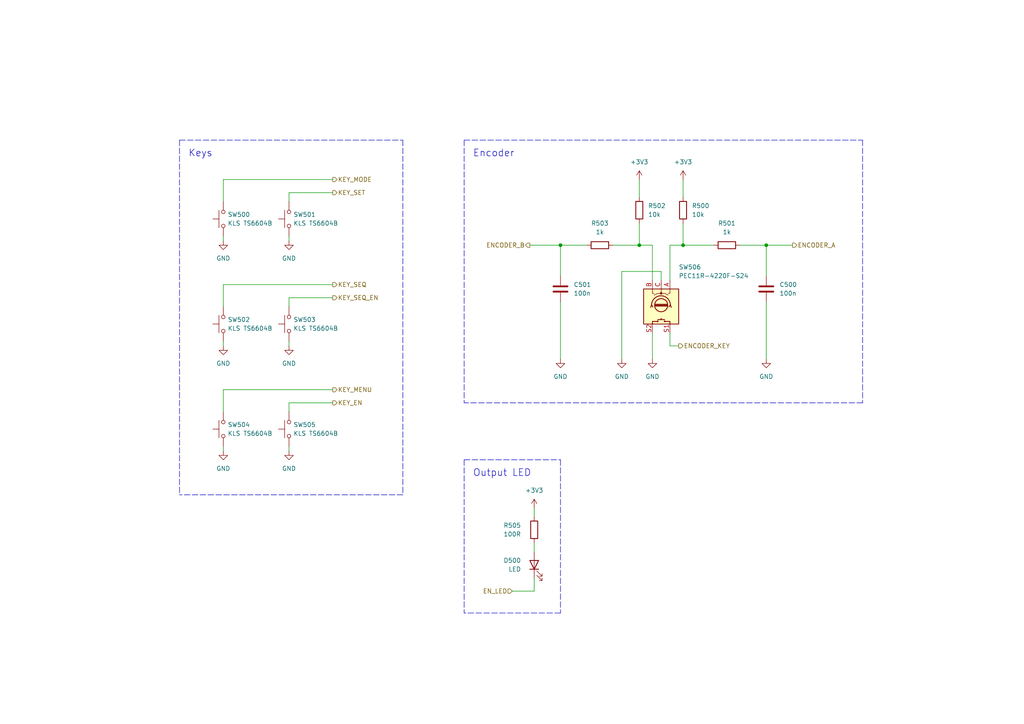
<source format=kicad_sch>
(kicad_sch (version 20231120) (generator "eeschema") (generator_version "8.0")
  (paper "A4")
  (title_block (title "Controls") (date "03/2024") (rev "1") (company "Martin Kopka"))
  (lib_symbols
    (symbol "Device:C" (pin_numbers hide) (pin_names (offset 0.254))
      (property "Reference" "C" (at 0.635 2.54 0))
      (property "Value" "C" (at 0.635 -2.54 0))
      (symbol "C_0_1"
        (polyline (pts (xy -2.032 -0.762) (xy 2.032 -0.762)) (stroke (width 0.508)))
        (polyline (pts (xy -2.032 0.762) (xy 2.032 0.762)) (stroke (width 0.508)))
      )
      (symbol "C_1_1"
        (pin passive line (at 0 3.81 270) (length 2.794) (name "~") (number "1"))
        (pin passive line (at 0 -3.81 90) (length 2.794) (name "~") (number "2"))
      )
    )
    (symbol "Device:LED" (pin_numbers hide) (pin_names (offset 1.016) hide)
      (property "Reference" "D" (at 0 2.54 0))
      (property "Value" "LED" (at 0 -2.54 0))
      (symbol "LED_0_1"
        (polyline (pts (xy -1.27 -1.27) (xy -1.27 1.27)) (stroke (width 0.254)))
        (polyline (pts (xy -1.27 0) (xy 1.27 0)))
        (polyline (pts (xy 1.27 -1.27) (xy 1.27 1.27) (xy -1.27 0) (xy 1.27 -1.27)) (stroke (width 0.254)))
        (polyline (pts (xy -3.048 -0.762) (xy -4.572 -2.286) (xy -3.81 -2.286) (xy -4.572 -2.286) (xy -4.572 -1.524)))
        (polyline (pts (xy -1.778 -0.762) (xy -3.302 -2.286) (xy -2.54 -2.286) (xy -3.302 -2.286) (xy -3.302 -1.524)))
      )
      (symbol "LED_1_1"
        (pin passive line (at -3.81 0 0) (length 2.54) (name "K") (number "1"))
        (pin passive line (at 3.81 0 180) (length 2.54) (name "A") (number "2"))
      )
    )
    (symbol "Device:R" (pin_numbers hide) (pin_names (offset 0))
      (property "Reference" "R" (at 2.032 0 90))
      (property "Value" "R" (at 0 0 90))
      (symbol "R_0_1"
        (rectangle (start -1.016 -2.54) (end 1.016 2.54) (stroke (width 0.254)))
      )
      (symbol "R_1_1"
        (pin passive line (at 0 3.81 270) (length 1.27) (name "~") (number "1"))
        (pin passive line (at 0 -3.81 90) (length 1.27) (name "~") (number "2"))
      )
    )
    (symbol "Device:RotaryEncoder_Switch" (pin_names (offset 0.254) hide)
      (property "Reference" "SW" (at 0 6.604 0))
      (property "Value" "RotaryEncoder_Switch" (at 0 -6.604 0))
      (symbol "RotaryEncoder_Switch_0_1"
        (rectangle (start -5.08 5.08) (end 5.08 -5.08) (stroke (width 0.254)) (fill (type background)))
        (circle (center -3.81 0) (radius 0.254) (fill (type outline)))
        (circle (center -0.381 0) (radius 1.905) (stroke (width 0.254)))
        (arc (start -0.381 2.667) (mid -3.0987 -0.0635) (end -0.381 -2.794) (stroke (width 0.254)))
        (polyline (pts (xy -0.635 -1.778) (xy -0.635 1.778)) (stroke (width 0.254)))
        (polyline (pts (xy -0.381 -1.778) (xy -0.381 1.778)) (stroke (width 0.254)))
        (polyline (pts (xy -0.127 1.778) (xy -0.127 -1.778)) (stroke (width 0.254)))
        (polyline (pts (xy 3.81 0) (xy 3.429 0)) (stroke (width 0.254)))
        (polyline (pts (xy 3.81 1.016) (xy 3.81 -1.016)) (stroke (width 0.254)))
        (polyline (pts (xy -5.08 -2.54) (xy -3.81 -2.54) (xy -3.81 -2.032)))
        (polyline (pts (xy -5.08 2.54) (xy -3.81 2.54) (xy -3.81 2.032)))
        (polyline (pts (xy 0.254 -3.048) (xy -0.508 -2.794) (xy 0.127 -2.413)) (stroke (width 0.254)))
        (polyline (pts (xy 0.254 2.921) (xy -0.508 2.667) (xy 0.127 2.286)) (stroke (width 0.254)))
        (polyline (pts (xy 5.08 -2.54) (xy 4.318 -2.54) (xy 4.318 -1.016)) (stroke (width 0.254)))
        (polyline (pts (xy 5.08 2.54) (xy 4.318 2.54) (xy 4.318 1.016)) (stroke (width 0.254)))
        (polyline (pts (xy -5.08 0) (xy -3.81 0) (xy -3.81 -1.016) (xy -3.302 -2.032)))
        (polyline (pts (xy -4.318 0) (xy -3.81 0) (xy -3.81 1.016) (xy -3.302 2.032)))
        (circle (center 4.318 -1.016) (radius 0.127) (stroke (width 0.254)))
        (circle (center 4.318 1.016) (radius 0.127) (stroke (width 0.254)))
      )
      (symbol "RotaryEncoder_Switch_1_1"
        (pin passive line (at -7.62 2.54 0) (length 2.54) (name "A") (number "A"))
        (pin passive line (at -7.62 -2.54 0) (length 2.54) (name "B") (number "B"))
        (pin passive line (at -7.62 0 0) (length 2.54) (name "C") (number "C"))
        (pin passive line (at 7.62 2.54 180) (length 2.54) (name "S1") (number "S1"))
        (pin passive line (at 7.62 -2.54 180) (length 2.54) (name "S2") (number "S2"))
      )
    )
    (symbol "power:+3V3" (power) (pin_names (offset 0))
      (property "Value" "+3V3" (at 0 3.556 0))
      (symbol "+3V3_0_1"
        (polyline (pts (xy -0.762 1.27) (xy 0 2.54)))
        (polyline (pts (xy 0 0) (xy 0 2.54)))
        (polyline (pts (xy 0 2.54) (xy 0.762 1.27)))
      )
      (symbol "+3V3_1_1"
        (pin power_in line (at 0 0 90) (length 0) hide (name "+3V3") (number "1"))
      )
    )
    (symbol "power:GND" (power) (pin_names (offset 0))
      (property "Value" "GND" (at 0 -3.81 0))
      (symbol "GND_0_1"
        (polyline (pts (xy 0 0) (xy 0 -1.27) (xy 1.27 -1.27) (xy 0 -2.54) (xy -1.27 -1.27) (xy 0 -1.27)))
      )
      (symbol "GND_1_1"
        (pin power_in line (at 0 0 270) (length 0) hide (name "GND") (number "1"))
      )
    )
    (symbol "w-switch:PTS810" (pin_numbers hide) (pin_names (offset 0) hide)
      (property "Reference" "SW" (at 5.08 7.62 0))
      (property "Value" "PTS810" (at 5.08 5.08 0))
      (symbol "PTS810_0_1"
        (circle (center -2.032 0) (radius 0.508))
        (polyline (pts (xy 0 1.27) (xy 0 3.048)))
        (polyline (pts (xy 2.54 1.27) (xy -2.54 1.27)))
        (circle (center 2.032 0) (radius 0.508))
        (pin passive line (at -5.08 0 0) (length 2.54) (name "1") (number "1"))
        (pin passive line (at 5.08 0 180) (length 2.54) (name "2") (number "2"))
      )
    )
  )
  (junction (at 185.42 71.12))
  (junction (at 198.12 71.12))
  (junction (at 162.56 71.12))
  (junction (at 222.25 71.12))
  (polyline (pts (xy 162.56 133.35) (xy 162.56 177.8)) (stroke (width 0) (type dash)))
  (wire (pts (xy 214.63 71.12) (xy 222.25 71.12)))
  (wire (pts (xy 189.23 96.52) (xy 189.23 104.14)))
  (polyline (pts (xy 134.62 40.64) (xy 134.62 116.84)) (stroke (width 0) (type dash)))
  (wire (pts (xy 222.25 71.12) (xy 229.87 71.12)))
  (wire (pts (xy 96.52 82.55) (xy 64.77 82.55)))
  (wire (pts (xy 194.31 81.28) (xy 194.31 71.12)))
  (wire (pts (xy 222.25 87.63) (xy 222.25 104.14)))
  (wire (pts (xy 196.85 100.33) (xy 194.31 100.33)))
  (wire (pts (xy 64.77 52.07) (xy 64.77 58.42)))
  (wire (pts (xy 185.42 52.07) (xy 185.42 57.15)))
  (polyline (pts (xy 134.62 133.35) (xy 134.62 177.8)) (stroke (width 0) (type dash)))
  (wire (pts (xy 189.23 81.28) (xy 189.23 71.12)))
  (wire (pts (xy 162.56 87.63) (xy 162.56 104.14)))
  (wire (pts (xy 194.31 100.33) (xy 194.31 96.52)))
  (polyline (pts (xy 116.84 143.51) (xy 52.07 143.51)) (stroke (width 0) (type dash)))
  (wire (pts (xy 83.82 116.84) (xy 96.52 116.84)))
  (wire (pts (xy 83.82 86.36) (xy 83.82 88.9)))
  (wire (pts (xy 83.82 99.06) (xy 83.82 100.33)))
  (wire (pts (xy 162.56 80.01) (xy 162.56 71.12)))
  (wire (pts (xy 83.82 119.38) (xy 83.82 116.84)))
  (wire (pts (xy 185.42 64.77) (xy 185.42 71.12)))
  (wire (pts (xy 153.67 71.12) (xy 162.56 71.12)))
  (wire (pts (xy 222.25 80.01) (xy 222.25 71.12)))
  (polyline (pts (xy 250.19 40.64) (xy 250.19 116.84)) (stroke (width 0) (type dash)))
  (polyline (pts (xy 134.62 133.35) (xy 162.56 133.35)) (stroke (width 0) (type dash)))
  (wire (pts (xy 162.56 71.12) (xy 170.18 71.12)))
  (polyline (pts (xy 116.84 40.64) (xy 116.84 143.51)) (stroke (width 0) (type dash)))
  (wire (pts (xy 185.42 71.12) (xy 177.8 71.12)))
  (polyline (pts (xy 250.19 116.84) (xy 134.62 116.84)) (stroke (width 0) (type dash)))
  (wire (pts (xy 83.82 68.58) (xy 83.82 69.85)))
  (wire (pts (xy 154.94 171.45) (xy 154.94 167.64)))
  (wire (pts (xy 198.12 52.07) (xy 198.12 57.15)))
  (polyline (pts (xy 52.07 40.64) (xy 116.84 40.64)) (stroke (width 0) (type dash)))
  (wire (pts (xy 180.34 78.74) (xy 191.77 78.74)))
  (polyline (pts (xy 134.62 40.64) (xy 250.19 40.64)) (stroke (width 0) (type dash)))
  (wire (pts (xy 64.77 82.55) (xy 64.77 88.9)))
  (polyline (pts (xy 162.56 177.8) (xy 134.62 177.8)) (stroke (width 0) (type dash)))
  (wire (pts (xy 191.77 78.74) (xy 191.77 81.28)))
  (wire (pts (xy 198.12 71.12) (xy 198.12 64.77)))
  (wire (pts (xy 64.77 129.54) (xy 64.77 130.81)))
  (wire (pts (xy 189.23 71.12) (xy 185.42 71.12)))
  (wire (pts (xy 64.77 99.06) (xy 64.77 100.33)))
  (wire (pts (xy 96.52 52.07) (xy 64.77 52.07)))
  (wire (pts (xy 64.77 113.03) (xy 64.77 119.38)))
  (wire (pts (xy 198.12 71.12) (xy 207.01 71.12)))
  (wire (pts (xy 194.31 71.12) (xy 198.12 71.12)))
  (wire (pts (xy 83.82 55.88) (xy 83.82 58.42)))
  (wire (pts (xy 154.94 147.32) (xy 154.94 149.86)))
  (wire (pts (xy 96.52 55.88) (xy 83.82 55.88)))
  (wire (pts (xy 148.59 171.45) (xy 154.94 171.45)))
  (wire (pts (xy 96.52 113.03) (xy 64.77 113.03)))
  (wire (pts (xy 96.52 86.36) (xy 83.82 86.36)))
  (wire (pts (xy 83.82 129.54) (xy 83.82 130.81)))
  (wire (pts (xy 180.34 104.14) (xy 180.34 78.74)))
  (polyline (pts (xy 52.07 40.64) (xy 52.07 143.51)) (stroke (width 0) (type dash)))
  (wire (pts (xy 154.94 160.02) (xy 154.94 157.48)))
  (wire (pts (xy 64.77 68.58) (xy 64.77 69.85)))
  (text "Keys" (at 54.61 45.72 0) (effects (font (size 2 2)) (justify left bottom)))
  (text "Output LED" (at 137.16 138.43 0) (effects (font (size 2 2)) (justify left bottom)))
  (text "Encoder" (at 137.16 45.72 0) (effects (font (size 2 2)) (justify left bottom)))
  (hierarchical_label "EN_LED" (shape input) (at 148.59 171.45 180))
  (hierarchical_label "ENCODER_B" (shape output) (at 153.67 71.12 180))
  (hierarchical_label "KEY_MENU" (shape output) (at 96.52 113.03 0))
  (hierarchical_label "KEY_SEQ" (shape output) (at 96.52 82.55 0))
  (hierarchical_label "ENCODER_KEY" (shape output) (at 196.85 100.33 0))
  (hierarchical_label "ENCODER_A" (shape output) (at 229.87 71.12 0))
  (hierarchical_label "KEY_EN" (shape output) (at 96.52 116.84 0))
  (hierarchical_label "KEY_SET" (shape output) (at 96.52 55.88 0))
  (hierarchical_label "KEY_SEQ_EN" (shape output) (at 96.52 86.36 0))
  (hierarchical_label "KEY_MODE" (shape output) (at 96.52 52.07 0))
  (symbol (lib_id "power:GND") (at 162.56 104.14 0) (unit 1)
    (property "Reference" "#PWR0170" (effects (hide yes)))
    (property "Value" "GND" (at 162.56 109.22 0))
  )
  (symbol (lib_id "w-switch:PTS810") (at 83.82 93.98 90) (mirror x) (unit 1)
    (property "Reference" "SW503" (at 85.09 92.7099 90) (effects (justify right)))
    (property "Value" "KLS TS6604B" (at 85.09 95.2499 90) (effects (justify right)))
    (property "Footprint" "w-switch:KLS TS6604B" (effects (hide yes)))
    (property "Datasheet" "https://img.gme.cz/files/eshop_data/eshop_data/11/630-983/dsh.630-983.1.pdf" (effects (hide yes)))
  )
  (symbol (lib_id "power:+3V3") (at 185.42 52.07 0) (unit 1)
    (property "Reference" "#PWR0149" (effects (hide yes)))
    (property "Value" "+3V3" (at 185.42 46.99 0))
  )
  (symbol (lib_id "power:GND") (at 64.77 69.85 0) (unit 1)
    (property "Reference" "#PWR0152" (effects (hide yes)))
    (property "Value" "GND" (at 64.77 74.93 0))
  )
  (symbol (lib_id "power:GND") (at 83.82 130.81 0) (unit 1)
    (property "Reference" "#PWR0151" (effects (hide yes)))
    (property "Value" "GND" (at 83.82 135.89 0))
  )
  (symbol (lib_id "Device:R") (at 154.94 153.67 0) (unit 1)
    (property "Reference" "R505" (at 151.13 152.4 0) (effects (justify right)))
    (property "Value" "100R" (at 151.13 154.94 0) (effects (justify right)))
    (property "Footprint" "Resistor_SMD:R_0402_1005Metric" (effects (hide yes)))
  )
  (symbol (lib_id "power:GND") (at 83.82 69.85 0) (unit 1)
    (property "Reference" "#PWR0167" (effects (hide yes)))
    (property "Value" "GND" (at 83.82 74.93 0))
  )
  (symbol (lib_id "power:GND") (at 64.77 100.33 0) (unit 1)
    (property "Reference" "#PWR0154" (effects (hide yes)))
    (property "Value" "GND" (at 64.77 105.41 0))
  )
  (symbol (lib_id "Device:R") (at 198.12 60.96 180) (unit 1)
    (property "Reference" "R500" (at 200.66 59.6899 0) (effects (justify right)))
    (property "Value" "10k" (at 200.66 62.2299 0) (effects (justify right)))
    (property "Footprint" "Resistor_SMD:R_0402_1005Metric" (effects (hide yes)))
  )
  (symbol (lib_id "power:GND") (at 189.23 104.14 0) (unit 1)
    (property "Reference" "#PWR0169" (effects (hide yes)))
    (property "Value" "GND" (at 189.23 109.22 0))
  )
  (symbol (lib_id "Device:R") (at 210.82 71.12 270) (unit 1)
    (property "Reference" "R501" (at 210.82 64.77 90))
    (property "Value" "1k" (at 210.82 67.31 90))
    (property "Footprint" "Resistor_SMD:R_0402_1005Metric" (effects (hide yes)))
  )
  (symbol (lib_id "power:GND") (at 180.34 104.14 0) (unit 1)
    (property "Reference" "#PWR0168" (effects (hide yes)))
    (property "Value" "GND" (at 180.34 109.22 0))
  )
  (symbol (lib_id "power:GND") (at 83.82 100.33 0) (unit 1)
    (property "Reference" "#PWR0153" (effects (hide yes)))
    (property "Value" "GND" (at 83.82 105.41 0))
  )
  (symbol (lib_id "Device:C") (at 162.56 83.82 0) (unit 1)
    (property "Reference" "C501" (at 166.37 82.5499 0) (effects (justify left)))
    (property "Value" "100n" (at 166.37 85.0899 0) (effects (justify left)))
    (property "Footprint" "Capacitor_SMD:C_0402_1005Metric" (effects (hide yes)))
  )
  (symbol (lib_id "w-switch:PTS810") (at 64.77 63.5 90) (mirror x) (unit 1)
    (property "Reference" "SW500" (at 66.04 62.2299 90) (effects (justify right)))
    (property "Value" "KLS TS6604B" (at 66.04 64.7699 90) (effects (justify right)))
    (property "Footprint" "w-switch:KLS TS6604B" (effects (hide yes)))
    (property "Datasheet" "https://img.gme.cz/files/eshop_data/eshop_data/11/630-983/dsh.630-983.1.pdf" (effects (hide yes)))
  )
  (symbol (lib_id "Device:LED") (at 154.94 163.83 90) (unit 1)
    (property "Reference" "D500" (at 151.13 162.56 90) (effects (justify left)))
    (property "Value" "LED" (at 151.13 165.1 90) (effects (justify left)))
    (property "Footprint" "w-opto:LED 0603" (effects (hide yes)))
  )
  (symbol (lib_id "Device:C") (at 222.25 83.82 0) (unit 1)
    (property "Reference" "C500" (at 226.06 82.5499 0) (effects (justify left)))
    (property "Value" "100n" (at 226.06 85.0899 0) (effects (justify left)))
    (property "Footprint" "Capacitor_SMD:C_0402_1005Metric" (effects (hide yes)))
  )
  (symbol (lib_id "power:GND") (at 64.77 130.81 0) (unit 1)
    (property "Reference" "#PWR0150" (effects (hide yes)))
    (property "Value" "GND" (at 64.77 135.89 0))
  )
  (symbol (lib_id "power:+3V3") (at 198.12 52.07 0) (unit 1)
    (property "Reference" "#PWR0147" (effects (hide yes)))
    (property "Value" "+3V3" (at 198.12 46.99 0))
  )
  (symbol (lib_id "Device:R") (at 185.42 60.96 180) (unit 1)
    (property "Reference" "R502" (at 187.96 59.6899 0) (effects (justify right)))
    (property "Value" "10k" (at 187.96 62.2299 0) (effects (justify right)))
    (property "Footprint" "Resistor_SMD:R_0402_1005Metric" (effects (hide yes)))
  )
  (symbol (lib_id "w-switch:PTS810") (at 83.82 63.5 90) (mirror x) (unit 1)
    (property "Reference" "SW501" (at 85.09 62.2299 90) (effects (justify right)))
    (property "Value" "KLS TS6604B" (at 85.09 64.7699 90) (effects (justify right)))
    (property "Footprint" "w-switch:KLS TS6604B" (effects (hide yes)))
    (property "Datasheet" "https://img.gme.cz/files/eshop_data/eshop_data/11/630-983/dsh.630-983.1.pdf" (effects (hide yes)))
  )
  (symbol (lib_id "w-switch:PTS810") (at 83.82 124.46 90) (mirror x) (unit 1)
    (property "Reference" "SW505" (at 85.09 123.1899 90) (effects (justify right)))
    (property "Value" "KLS TS6604B" (at 85.09 125.7299 90) (effects (justify right)))
    (property "Footprint" "w-switch:KLS TS6604B" (effects (hide yes)))
    (property "Datasheet" "https://img.gme.cz/files/eshop_data/eshop_data/11/630-983/dsh.630-983.1.pdf" (effects (hide yes)))
  )
  (symbol (lib_id "power:+3V3") (at 154.94 147.32 0) (unit 1)
    (property "Reference" "#PWR0171" (effects (hide yes)))
    (property "Value" "+3V3" (at 154.94 142.24 0))
  )
  (symbol (lib_id "w-switch:PTS810") (at 64.77 93.98 90) (mirror x) (unit 1)
    (property "Reference" "SW502" (at 66.04 92.7099 90) (effects (justify right)))
    (property "Value" "KLS TS6604B" (at 66.04 95.2499 90) (effects (justify right)))
    (property "Footprint" "w-switch:KLS TS6604B" (effects (hide yes)))
    (property "Datasheet" "https://img.gme.cz/files/eshop_data/eshop_data/11/630-983/dsh.630-983.1.pdf" (effects (hide yes)))
  )
  (symbol (lib_id "power:GND") (at 222.25 104.14 0) (unit 1)
    (property "Reference" "#PWR0146" (effects (hide yes)))
    (property "Value" "GND" (at 222.25 109.22 0))
  )
  (symbol (lib_id "w-switch:PTS810") (at 64.77 124.46 90) (mirror x) (unit 1)
    (property "Reference" "SW504" (at 66.04 123.1899 90) (effects (justify right)))
    (property "Value" "KLS TS6604B" (at 66.04 125.7299 90) (effects (justify right)))
    (property "Footprint" "w-switch:KLS TS6604B" (effects (hide yes)))
    (property "Datasheet" "https://img.gme.cz/files/eshop_data/eshop_data/11/630-983/dsh.630-983.1.pdf" (effects (hide yes)))
  )
  (symbol (lib_id "Device:RotaryEncoder_Switch") (at 191.77 88.9 270) (unit 1)
    (property "Reference" "SW506" (at 196.85 77.47 90) (effects (justify left)))
    (property "Value" "PEC11R-4220F-S24" (at 196.85 80.01 90) (effects (justify left)))
    (property "Footprint" "w-switch:PEC11R-4220F-S0024" (effects (hide yes)))
  )
  (symbol (lib_id "Device:R") (at 173.99 71.12 270) (unit 1)
    (property "Reference" "R503" (at 173.99 64.77 90))
    (property "Value" "1k" (at 173.99 67.31 90))
    (property "Footprint" "Resistor_SMD:R_0402_1005Metric" (effects (hide yes)))
  )
)
</source>
